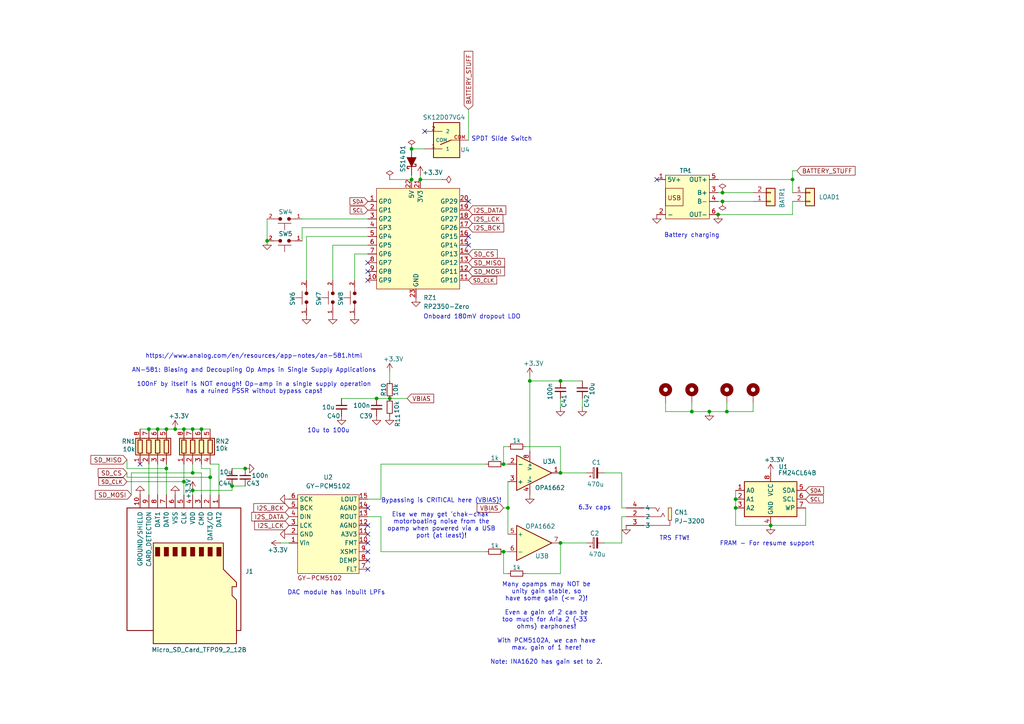
<source format=kicad_sch>
(kicad_sch (version 20250114) (generator "eeschema") (generator_version "9.0")
  (paper "A4")
  (title_block (title "mShuffle 0.03") (date "2025-03-02") (rev "v0.03") (company "Yantra Research") (comment 1 "Retro Music Player (Retro DAP)"))
  (lib_symbols
    (symbol "Connector_Generic:Conn_01x02" (pin_names (offset 1.016) (hide yes))
      (property "Reference" "J" (at 0 2.54 0))
      (property "Value" "Conn_01x02" (at 0 -5.08 0))
      (symbol "Conn_01x02_1_1"
        (rectangle (start -1.27 1.27) (end 1.27 -3.81) (stroke (width 0.254)) (fill (type background)))
        (rectangle (start -1.27 0.127) (end 0 -0.127) (stroke (width 0.1524)))
        (rectangle (start -1.27 -2.413) (end 0 -2.667) (stroke (width 0.1524)))
        (pin passive line (at -5.08 0 0) (length 3.81) (name "Pin_1") (number "1"))
        (pin passive line (at -5.08 -2.54 0) (length 3.81) (name "Pin_2") (number "2"))
      )
    )
    (symbol "Device:C_Polarized_Small" (pin_numbers (hide yes)) (pin_names (offset 0.254) (hide yes))
      (property "Reference" "C" (at 0.254 1.778 0))
      (property "Value" "C_Polarized_Small" (at 0.254 -2.032 0))
      (symbol "C_Polarized_Small_0_1"
        (rectangle (start -1.524 0.6858) (end 1.524 0.3048))
        (rectangle (start -1.524 -0.3048) (end 1.524 -0.6858) (fill (type outline)))
        (polyline (pts (xy -1.27 1.524) (xy -0.762 1.524)))
        (polyline (pts (xy -1.016 1.27) (xy -1.016 1.778)))
      )
      (symbol "C_Polarized_Small_1_1"
        (pin passive line (at 0 2.54 270) (length 1.8542) (name "~") (number "1"))
        (pin passive line (at 0 -2.54 90) (length 1.8542) (name "~") (number "2"))
      )
    )
    (symbol "Device:C_Small" (pin_numbers (hide yes)) (pin_names (offset 0.254) (hide yes))
      (property "Reference" "C" (at 0.254 1.778 0))
      (property "Value" "C_Small" (at 0.254 -2.032 0))
      (symbol "C_Small_0_1"
        (polyline (pts (xy -1.524 0.508) (xy 1.524 0.508)) (stroke (width 0.3048)))
        (polyline (pts (xy -1.524 -0.508) (xy 1.524 -0.508)) (stroke (width 0.3302)))
      )
      (symbol "C_Small_1_1"
        (pin passive line (at 0 2.54 270) (length 2.032) (name "~") (number "1"))
        (pin passive line (at 0 -2.54 90) (length 2.032) (name "~") (number "2"))
      )
    )
    (symbol "Device:R_Pack04" (pin_names (offset 0) (hide yes))
      (property "Reference" "RN" (at -7.62 0 90))
      (property "Value" "R_Pack04" (at 5.08 0 90))
      (symbol "R_Pack04_0_1"
        (rectangle (start -6.35 -2.413) (end 3.81 2.413) (stroke (width 0.254)) (fill (type background)))
        (rectangle (start -5.715 1.905) (end -4.445 -1.905) (stroke (width 0.254)))
        (polyline (pts (xy -5.08 1.905) (xy -5.08 2.54)))
        (polyline (pts (xy -5.08 -2.54) (xy -5.08 -1.905)))
        (rectangle (start -3.175 1.905) (end -1.905 -1.905) (stroke (width 0.254)))
        (polyline (pts (xy -2.54 1.905) (xy -2.54 2.54)))
        (polyline (pts (xy -2.54 -2.54) (xy -2.54 -1.905)))
        (rectangle (start -0.635 1.905) (end 0.635 -1.905) (stroke (width 0.254)))
        (polyline (pts (xy 0 1.905) (xy 0 2.54)))
        (polyline (pts (xy 0 -2.54) (xy 0 -1.905)))
        (rectangle (start 1.905 1.905) (end 3.175 -1.905) (stroke (width 0.254)))
        (polyline (pts (xy 2.54 1.905) (xy 2.54 2.54)))
        (polyline (pts (xy 2.54 -2.54) (xy 2.54 -1.905)))
      )
      (symbol "R_Pack04_1_1"
        (pin passive line (at -5.08 5.08 270) (length 2.54) (name "R1.2") (number "8"))
        (pin passive line (at -5.08 -5.08 90) (length 2.54) (name "R1.1") (number "1"))
        (pin passive line (at -2.54 5.08 270) (length 2.54) (name "R2.2") (number "7"))
        (pin passive line (at -2.54 -5.08 90) (length 2.54) (name "R2.1") (number "2"))
        (pin passive line (at 0 5.08 270) (length 2.54) (name "R3.2") (number "6"))
        (pin passive line (at 0 -5.08 90) (length 2.54) (name "R3.1") (number "3"))
        (pin passive line (at 2.54 5.08 270) (length 2.54) (name "R4.2") (number "5"))
        (pin passive line (at 2.54 -5.08 90) (length 2.54) (name "R4.1") (number "4"))
      )
    )
    (symbol "Device:R_Small" (pin_numbers (hide yes)) (pin_names (offset 0.254) (hide yes))
      (property "Reference" "R" (at 0.762 0.508 0))
      (property "Value" "R_Small" (at 0.762 -1.016 0))
      (symbol "R_Small_0_1"
        (rectangle (start -0.762 1.778) (end 0.762 -1.778) (stroke (width 0.2032)))
      )
      (symbol "R_Small_1_1"
        (pin passive line (at 0 2.54 270) (length 0.762) (name "~") (number "1"))
        (pin passive line (at 0 -2.54 90) (length 0.762) (name "~") (number "2"))
      )
    )
    (symbol "GY-PCM5102:GY-PCM5102"
      (property "Reference" "U" (at -7.62 6.35 0))
      (property "Value" "GY-PCM5102" (at 0 0 0))
      (symbol "GY-PCM5102_0_0"
        (text "GY-PCM5102" (at -2.54 -19.05 0) (effects (font (size 1.27 1.27))))
      )
      (symbol "GY-PCM5102_1_1"
        (rectangle (start -8.89 5.08) (end 8.89 -17.78) (fill (type background)))
        (pin input line (at -11.43 3.81 0) (length 2.54) (name "SCK") (number "6"))
        (pin input line (at -11.43 1.27 0) (length 2.54) (name "BCK") (number "5"))
        (pin input line (at -11.43 -1.27 0) (length 2.54) (name "DIN") (number "4"))
        (pin input line (at -11.43 -3.81 0) (length 2.54) (name "LCK") (number "3"))
        (pin power_in line (at -11.43 -6.35 0) (length 2.54) (name "GND") (number "2"))
        (pin power_in line (at -11.43 -8.89 0) (length 2.54) (name "Vin") (number "1"))
        (pin input line (at 11.43 3.81 180) (length 2.54) (name "LOUT") (number "15"))
        (pin input line (at 11.43 1.27 180) (length 2.54) (name "AGND") (number "14"))
        (pin input line (at 11.43 -1.27 180) (length 2.54) (name "ROUT") (number "13"))
        (pin input line (at 11.43 -3.81 180) (length 2.54) (name "AGND") (number "12"))
        (pin input line (at 11.43 -6.35 180) (length 2.54) (name "A3V3") (number "11"))
        (pin input line (at 11.43 -8.89 180) (length 2.54) (name "FMT") (number "10"))
        (pin input line (at 11.43 -11.43 180) (length 2.54) (name "XSMT") (number "9"))
        (pin input line (at 11.43 -13.97 180) (length 2.54) (name "DEMP") (number "8"))
        (pin input line (at 11.43 -16.51 180) (length 2.54) (name "FLT") (number "7"))
      )
    )
    (symbol "Mechanical:MountingHole_Pad" (pin_numbers (hide yes)) (pin_names (offset 1.016) (hide yes))
      (property "Reference" "H" (at 0 6.35 0))
      (property "Value" "MountingHole_Pad" (at 0 4.445 0))
      (symbol "MountingHole_Pad_0_1"
        (circle (center 0 1.27) (radius 1.27) (stroke (width 1.27)))
      )
      (symbol "MountingHole_Pad_1_1"
        (pin input line (at 0 -2.54 90) (length 2.54) (name "1") (number "1"))
      )
    )
    (symbol "Memory_EEPROM:24LC256"
      (property "Reference" "U" (at -6.35 6.35 0))
      (property "Value" "24LC256" (at 1.27 6.35 0))
      (symbol "24LC256_1_1"
        (rectangle (start -7.62 5.08) (end 7.62 -5.08) (stroke (width 0.254)) (fill (type background)))
        (pin input line (at -10.16 2.54 0) (length 2.54) (name "A0") (number "1"))
        (pin input line (at -10.16 0 0) (length 2.54) (name "A1") (number "2"))
        (pin input line (at -10.16 -2.54 0) (length 2.54) (name "A2") (number "3"))
        (pin power_in line (at 0 7.62 270) (length 2.54) (name "VCC") (number "8"))
        (pin power_in line (at 0 -7.62 90) (length 2.54) (name "GND") (number "4"))
        (pin bidirectional line (at 10.16 2.54 180) (length 2.54) (name "SDA") (number "5"))
        (pin input line (at 10.16 0 180) (length 2.54) (name "SCL") (number "6"))
        (pin input line (at 10.16 -2.54 180) (length 2.54) (name "WP") (number "7"))
      )
    )
    (symbol "PCM_Amplifier_Operational_AKL:TS922ID" (pin_names (offset 0.2))
      (property "Reference" "U" (at 1.27 7.62 0))
      (property "Value" "TS922ID" (at 1.27 5.08 0))
      (symbol "TS922ID_0_1"
        (polyline (pts (xy -3.81 5.08) (xy -3.81 -5.08) (xy 6.35 0) (xy -3.81 5.08)) (stroke (width 0.254)) (fill (type background)))
      )
      (symbol "TS922ID_1_1"
        (pin input line (at -6.35 2.54 0) (length 2.54) (name "-") (number "2"))
        (pin input line (at -6.35 -2.54 0) (length 2.54) (name "+") (number "3"))
        (pin power_in line (at 0 6.35 270) (length 3.18) (name "V+") (number "8"))
        (pin power_in line (at 0 -6.35 90) (length 3.18) (name "V-") (number "4"))
        (pin output line (at 8.89 0 180) (length 2.54) (name "~") (number "1"))
      )
      (symbol "TS922ID_2_1"
        (pin input line (at -6.35 2.54 0) (length 2.54) (name "-") (number "6"))
        (pin input line (at -6.35 -2.54 0) (length 2.54) (name "+") (number "5"))
        (pin output line (at 8.89 0 180) (length 2.54) (name "~") (number "7"))
      )
    )
    (symbol "PCM_Diode_Schottky_AKL:SS14" (pin_numbers (hide yes)) (pin_names (offset 1.016) (hide yes))
      (property "Reference" "D" (at 0 5.08 0))
      (property "Value" "SS14" (at 0 2.54 0))
      (symbol "SS14_0_1"
        (polyline (pts (xy -1.27 0) (xy 1.27 0)))
        (polyline (pts (xy -1.27 -1.27) (xy -1.27 1.27) (xy 1.27 0) (xy -1.27 -1.27)) (stroke (width 0.254)) (fill (type outline)))
        (polyline (pts (xy 1.905 -0.762) (xy 1.905 -1.27) (xy 1.27 -1.27) (xy 1.27 1.27) (xy 0.635 1.27) (xy 0.635 0.762)) (stroke (width 0.254)))
      )
      (symbol "SS14_0_2"
        (polyline (pts (xy -2.54 -2.54) (xy 2.54 2.54)))
        (polyline (pts (xy -0.889 -0.889) (xy -1.778 0) (xy 0.889 0.889) (xy 0 -1.778) (xy -0.889 -0.889)) (stroke (width 0.254)) (fill (type outline)))
        (polyline (pts (xy 0 1.778) (xy 1.778 0)) (stroke (width 0.254)))
        (polyline (pts (xy 0 1.778) (xy -0.381 1.397) (xy 0 1.016)) (stroke (width 0.254)))
        (polyline (pts (xy 1.778 0) (xy 2.159 0.381) (xy 1.778 0.762)) (stroke (width 0.254)))
      )
      (symbol "SS14_1_1"
        (pin passive line (at -3.81 0 0) (length 2.54) (name "A") (number "2"))
        (pin passive line (at 3.81 0 180) (length 2.54) (name "K") (number "1"))
      )
      (symbol "SS14_1_2"
        (pin passive line (at -2.54 -2.54 0) (length 0) (name "A") (number "2"))
        (pin passive line (at 2.54 2.54 180) (length 0) (name "K") (number "1"))
      )
    )
    (symbol "PCM_SL_Devices:Push_Button"
      (property "Reference" "SW" (at 0 6.35 0))
      (property "Value" "Push_Button" (at 0 4.445 0))
      (symbol "Push_Button_0_1"
        (polyline (pts (xy -3.175 0) (xy -1.778 0)))
        (polyline (pts (xy -1.905 1.27) (xy 1.905 1.27)))
        (circle (center -1.27 0) (radius 0.4579) (fill (type outline)))
        (polyline (pts (xy 0 1.27) (xy 0 3.175)))
        (circle (center 1.27 0) (radius 0.4579) (fill (type outline)))
        (polyline (pts (xy 1.778 0) (xy 3.175 0)))
      )
      (symbol "Push_Button_1_1"
        (pin passive line (at -5.08 0 0) (length 2) (name "") (number "1"))
        (pin passive line (at 5.08 0 180) (length 2) (name "") (number "2"))
      )
    )
    (symbol "SK12D07VG4:SK12D07VG4-Fixed" (pin_names (offset 1.016))
      (property "Reference" "U4" (at 10.16 1.27 90))
      (property "Value" "SK12D07VG4-Fixed" (at 7.62 1.27 90))
      (symbol "SK12D07VG4-Fixed_0_0"
        (rectangle (start -5.08 -2.54) (end 5.08 5.08) (stroke (width 0.254)) (fill (type background)))
        (polyline (pts (xy 0 0) (xy -1.27 3.048)) (stroke (width 0.254)))
      )
      (symbol "SK12D07VG4-Fixed_1_0"
        (pin power_in line (at -2.54 7.62 270) (length 5.08) (name "1") (number "1"))
        (pin power_in line (at 0 -5.08 90) (length 5.08) (name "COM") (number "COM"))
        (pin power_in line (at 2.54 7.62 270) (length 5.08) (name "2") (number "2"))
      )
    )
    (symbol "cmio:Micro_SD_Card_TFP09_2_12B" (pin_names (offset 1.016))
      (property "Reference" "J" (at -16.51 17.78 0))
      (property "Value" "Micro_SD_Card_TFP09_2_12B" (at 16.51 17.78 0))
      (symbol "Micro_SD_Card_TFP09_2_12B_0_1"
        (polyline (pts (xy -8.89 -8.89) (xy -8.89 11.43) (xy -1.27 11.43) (xy 2.54 15.24) (xy 3.81 15.24) (xy 3.81 13.97) (xy 6.35 13.97) (xy 7.62 15.24) (xy 20.32 15.24) (xy 20.32 -8.89) (xy -8.89 -8.89)) (stroke (width 0.254)) (fill (type background)))
        (rectangle (start -7.62 10.795) (end -5.08 9.525) (fill (type outline)))
        (rectangle (start -7.62 8.255) (end -5.08 6.985) (fill (type outline)))
        (rectangle (start -7.62 5.715) (end -5.08 4.445) (fill (type outline)))
        (rectangle (start -7.62 3.175) (end -5.08 1.905) (fill (type outline)))
        (rectangle (start -7.62 0.635) (end -5.08 -0.635) (fill (type outline)))
        (rectangle (start -7.62 -1.905) (end -5.08 -3.175) (fill (type outline)))
        (rectangle (start -7.62 -4.445) (end -5.08 -5.715) (fill (type outline)))
        (rectangle (start -7.62 -6.985) (end -5.08 -8.255) (fill (type outline)))
        (polyline (pts (xy 16.51 15.24) (xy 16.51 16.51) (xy -19.05 16.51) (xy -19.05 -16.51) (xy 16.51 -16.51) (xy 16.51 -8.89)) (stroke (width 0.254)))
      )
      (symbol "Micro_SD_Card_TFP09_2_12B_1_1"
        (pin bidirectional line (at -22.86 10.16 0) (length 3.81) (name "DAT2") (number "1"))
        (pin bidirectional line (at -22.86 7.62 0) (length 3.81) (name "DAT3/CD") (number "2"))
        (pin input line (at -22.86 5.08 0) (length 3.81) (name "CMD") (number "3"))
        (pin power_in line (at -22.86 2.54 0) (length 3.81) (name "VDD") (number "4"))
        (pin input line (at -22.86 0 0) (length 3.81) (name "CLK") (number "5"))
        (pin power_in line (at -22.86 -2.54 0) (length 3.81) (name "VSS") (number "6"))
        (pin input line (at -22.86 -5.08 0) (length 3.81) (name "DAT0") (number "7"))
        (pin input line (at -22.86 -7.62 0) (length 3.81) (name "DAT1") (number "8"))
        (pin passive line (at -22.86 -10.16 0) (length 3.81) (name "CARD_DETECTION") (number "9"))
        (pin passive line (at -22.86 -12.7 0) (length 3.81) (name "GROUND/SHIELD") (number "10"))
      )
    )
    (symbol "mylib:PJ-3200"
      (property "Reference" "CN1" (at -6.35 -1.2701 0))
      (property "Value" "PJ-3200" (at -6.35 1.2699 0))
      (symbol "PJ-3200_0_1"
        (rectangle (start -5.59 1.02) (end -4.57 -2.54) (fill (type background)))
        (polyline (pts (xy 2.54 0) (xy -2.54 0) (xy -3.05 -1.02) (xy -3.56 0)))
        (polyline (pts (xy 2.79 2.54) (xy -5.08 2.54) (xy -5.08 1.02)))
        (polyline (pts (xy 3.81 -2.54) (xy -1.02 -2.54) (xy -1.52 -1.52) (xy -2.03 -2.54)))
      )
      (symbol "PJ-3200_1_1"
        (pin power_in line (at 7.62 2.54 180) (length 5.08) (name "3") (number "3"))
        (pin input line (at 7.62 0 180) (length 5.08) (name "2") (number "2"))
        (pin input line (at 7.62 -2.54 180) (length 5.08) (name "4") (number "4"))
      )
    )
    (symbol "power:+3.3V" (power) (pin_numbers (hide yes)) (pin_names (offset 0) (hide yes))
      (property "Value" "+3.3V" (at 0 3.556 0))
      (symbol "+3.3V_0_1"
        (polyline (pts (xy -0.762 1.27) (xy 0 2.54)))
        (polyline (pts (xy 0 2.54) (xy 0.762 1.27)))
        (polyline (pts (xy 0 0) (xy 0 2.54)))
      )
      (symbol "+3.3V_1_1"
        (pin power_in line (at 0 0 90) (length 0) (name "~") (number "1"))
      )
    )
    (symbol "power:GND" (power) (pin_numbers (hide yes)) (pin_names (offset 0) (hide yes))
      (property "Value" "GND" (at 0 -3.81 0))
      (symbol "GND_0_1"
        (polyline (pts (xy 0 0) (xy 0 -1.27) (xy 1.27 -1.27) (xy 0 -2.54) (xy -1.27 -1.27) (xy 0 -1.27)))
      )
      (symbol "GND_1_1"
        (pin power_in line (at 0 0 270) (length 0) (name "~") (number "1"))
      )
    )
    (symbol "power:PWR_FLAG" (power) (pin_numbers (hide yes)) (pin_names (offset 0) (hide yes))
      (property "Value" "PWR_FLAG" (at 0 3.81 0))
      (symbol "PWR_FLAG_0_0"
        (pin power_out line (at 0 0 90) (length 0) (name "pwr") (number "1"))
      )
      (symbol "PWR_FLAG_0_1"
        (polyline (pts (xy 0 0) (xy 0 1.27) (xy -1.016 1.905) (xy 0 2.54) (xy 1.016 1.905) (xy 0 1.27)))
      )
    )
    (symbol "rp2040-zero:RP2040-Zero"
      (property "Reference" "RZ" (at 0 0 0))
      (property "Value" "RP2040-Zero" (at 0 -2.54 0))
      (property "Footprint" "RP2040-Zero:RP2040-Zero" (at 0 0 0))
      (symbol "RP2040-Zero_0_1"
        (rectangle (start -11.43 -15.24) (end 12.7 13.97) (fill (type background)))
      )
      (symbol "RP2040-Zero_1_1"
        (pin bidirectional line (at -13.97 10.16 0) (length 2.54) (name "GP0") (number "1"))
        (pin bidirectional line (at -13.97 7.62 0) (length 2.54) (name "GP1") (number "2"))
        (pin bidirectional line (at -13.97 5.08 0) (length 2.54) (name "GP2") (number "3"))
        (pin bidirectional line (at -13.97 2.54 0) (length 2.54) (name "GP3") (number "4"))
        (pin bidirectional line (at -13.97 0 0) (length 2.54) (name "GP4") (number "5"))
        (pin bidirectional line (at -13.97 -2.54 0) (length 2.54) (name "GP5") (number "6"))
        (pin bidirectional line (at -13.97 -5.08 0) (length 2.54) (name "GP6") (number "7"))
        (pin bidirectional line (at -13.97 -7.62 0) (length 2.54) (name "GP7") (number "8"))
        (pin bidirectional line (at -13.97 -10.16 0) (length 2.54) (name "GP8") (number "9"))
        (pin bidirectional line (at -13.97 -12.7 0) (length 2.54) (name "GP9") (number "10"))
        (pin power_in line (at -1.27 16.51 270) (length 2.54) (name "5V") (number "22"))
        (pin power_in line (at 0 -17.78 90) (length 2.54) (name "GND") (number "23"))
        (pin power_in line (at 1.27 16.51 270) (length 2.54) (name "3V3") (number "21"))
        (pin bidirectional line (at 15.24 10.16 180) (length 2.54) (name "GP29") (number "20"))
        (pin bidirectional line (at 15.24 7.62 180) (length 2.54) (name "GP28") (number "19"))
        (pin bidirectional line (at 15.24 5.08 180) (length 2.54) (name "GP27") (number "18"))
        (pin bidirectional line (at 15.24 2.54 180) (length 2.54) (name "GP26") (number "17"))
        (pin bidirectional line (at 15.24 0 180) (length 2.54) (name "GP15") (number "16"))
        (pin bidirectional line (at 15.24 -2.54 180) (length 2.54) (name "GP14") (number "15"))
        (pin bidirectional line (at 15.24 -5.08 180) (length 2.54) (name "GP13") (number "14"))
        (pin bidirectional line (at 15.24 -7.62 180) (length 2.54) (name "GP12") (number "13"))
        (pin bidirectional line (at 15.24 -10.16 180) (length 2.54) (name "GP11") (number "12"))
        (pin bidirectional line (at 15.24 -12.7 180) (length 2.54) (name "GP10") (number "11"))
      )
    )
    (symbol "tp4056_usb_c_module:TP4056_USB_C_Module"
      (property "Reference" "TP" (at 0.254 7.62 0))
      (symbol "TP4056_USB_C_Module_0_1"
        (rectangle (start -6.35 2.54) (end -1.27 -2.54))
      )
      (symbol "TP4056_USB_C_Module_1_1"
        (rectangle (start -6.35 6.35) (end 6.35 -6.35) (fill (type background)))
        (text "USB" (at -3.81 -0.254 0) (effects (font (size 1.27 1.27))))
        (pin power_in line (at -8.89 5.08 0) (length 2.54) (name "5V+") (number "1"))
        (pin power_in line (at -8.89 -5.08 0) (length 2.54) (name "-") (number "2"))
        (pin power_out line (at 8.89 5.08 180) (length 2.54) (name "OUT+") (number "5"))
        (pin power_in line (at 8.89 1.27 180) (length 2.54) (name "B+") (number "3"))
        (pin power_in line (at 8.89 -1.27 180) (length 2.54) (name "B-") (number "4"))
        (pin power_out line (at 8.89 -5.08 180) (length 2.54) (name "OUT-") (number "6"))
      )
    )
  )
  (text "DAC module has inbuilt LPFs" (at 97.536 171.958 0) (effects (font (size 1.27 1.27))))
  (text "https://www.analog.com/en/resources/app-notes/an-581.html\n\nAN-581: Biasing and Decoupling Op Amps in Single Supply Applications\n\n100nF by itself is NOT enough! Op-amp in a single supply operation\nhas a ruined PSSR without bypass caps!" (at 73.66 108.458 0) (effects (font (size 1.27 1.27))))
  (text "TRS FTW!" (at 195.58 156.21 0) (effects (font (size 1.27 1.27))))
  (text "Bypassing is CRITICAL here (VBIAS)!\n\nElse we may get 'chak-chak'\nmotorboating noise from the\nopamp when powered via a USB\nport (at least)!" (at 128.016 150.368 0) (effects (font (size 1.27 1.27))))
  (text "Many opamps may NOT be\nunity gain stable, so\nhave some gain (<= 2)!\n\nEven a gain of 2 can be\ntoo much for Aria 2 (~33 \nohms) earphones!\n\nWith PCM5102A, we can have\nmax. gain of 1 here!\n\nNote: INA1620 has gain set to 2." (at 158.496 180.848 0) (effects (font (size 1.27 1.27))))
  (text "Onboard 180mV dropout LDO" (at 136.906 91.948 0) (effects (font (size 1.27 1.27))))
  (text "6.3v caps" (at 172.466 147.32 0) (effects (font (size 1.27 1.27))))
  (text "FRAM - For resume support" (at 222.504 157.734 0) (effects (font (size 1.27 1.27))))
  (text "Battery charging" (at 200.66 68.326 0) (effects (font (size 1.27 1.27))))
  (text "10u to 100u" (at 95.25 124.968 0) (effects (font (size 1.27 1.27))))
  (text "SPDT Slide Switch" (at 145.542 40.386 0) (effects (font (size 1.27 1.27))))
  (junction (at 153.67 110.49))
  (junction (at 60.96 138.43))
  (junction (at 45.72 124.46))
  (junction (at 109.22 115.57))
  (junction (at 208.28 62.23))
  (junction (at 58.42 124.46))
  (junction (at 53.34 124.46))
  (junction (at 43.18 124.46))
  (junction (at 113.03 115.57))
  (junction (at 210.82 119.38))
  (junction (at 146.05 160.02))
  (junction (at 55.88 124.46))
  (junction (at 119.38 52.07))
  (junction (at 205.74 119.38))
  (junction (at 200.66 119.38))
  (junction (at 209.55 58.42))
  (junction (at 147.32 147.32))
  (junction (at 229.87 52.07))
  (junction (at 77.47 69.85))
  (junction (at 67.31 140.97))
  (junction (at 121.92 52.07))
  (junction (at 213.36 144.78))
  (junction (at 48.26 124.46))
  (junction (at 48.26 135.89))
  (junction (at 55.88 137.16))
  (junction (at 223.52 152.4))
  (junction (at 162.56 157.48))
  (junction (at 213.36 147.32))
  (junction (at 162.56 110.49))
  (junction (at 71.12 135.89))
  (junction (at 119.38 43.18))
  (junction (at 53.34 139.7))
  (junction (at 162.56 137.16))
  (junction (at 209.55 55.88))
  (junction (at 146.05 134.62))
  (junction (at 55.88 142.24))
  (junction (at 50.8 124.46))
  (no_connect (at 106.68 162.56))
  (no_connect (at 106.68 154.94))
  (no_connect (at 106.68 152.4))
  (no_connect (at 123.19 38.1))
  (no_connect (at 135.89 71.12))
  (no_connect (at 106.68 78.74))
  (no_connect (at 106.68 81.28))
  (no_connect (at 106.68 147.32))
  (no_connect (at 135.89 68.58))
  (no_connect (at 106.68 165.1))
  (no_connect (at 106.68 160.02))
  (no_connect (at 190.5 52.07))
  (no_connect (at 135.89 58.42))
  (no_connect (at 106.68 76.2))
  (no_connect (at 40.64 134.62))
  (no_connect (at 106.68 157.48))
  (wire (pts (xy 162.56 166.37) (xy 162.56 157.48)))
  (wire (pts (xy 58.42 134.62) (xy 58.42 135.89)))
  (wire (pts (xy 36.83 135.89) (xy 48.26 135.89)))
  (wire (pts (xy 60.96 138.43) (xy 60.96 143.51)))
  (wire (pts (xy 162.56 137.16) (xy 170.18 137.16)))
  (wire (pts (xy 55.88 124.46) (xy 58.42 124.46)))
  (wire (pts (xy 146.05 129.54) (xy 146.05 134.62)))
  (wire (pts (xy 162.56 115.57) (xy 162.56 118.11)))
  (wire (pts (xy 153.67 110.49) (xy 153.67 109.22)))
  (wire (pts (xy 200.66 119.38) (xy 205.74 119.38)))
  (wire (pts (xy 223.52 152.4) (xy 233.68 152.4)))
  (wire (pts (xy 106.68 144.78) (xy 110.49 144.78)))
  (wire (pts (xy 229.87 49.53) (xy 231.14 49.53)))
  (wire (pts (xy 50.8 124.46) (xy 53.34 124.46)))
  (wire (pts (xy 209.55 58.42) (xy 218.44 58.42)))
  (wire (pts (xy 67.31 140.97) (xy 71.12 140.97)))
  (wire (pts (xy 180.34 149.86) (xy 181.61 149.86)))
  (wire (pts (xy 96.52 71.12) (xy 106.68 71.12)))
  (wire (pts (xy 45.72 124.46) (xy 48.26 124.46)))
  (wire (pts (xy 229.87 62.23) (xy 229.87 58.42)))
  (wire (pts (xy 58.42 124.46) (xy 60.96 124.46)))
  (wire (pts (xy 102.87 81.28) (xy 102.87 73.66)))
  (wire (pts (xy 162.56 110.49) (xy 153.67 110.49)))
  (wire (pts (xy 48.26 134.62) (xy 48.26 135.89)))
  (wire (pts (xy 43.18 124.46) (xy 45.72 124.46)))
  (wire (pts (xy 53.34 139.7) (xy 53.34 143.51)))
  (wire (pts (xy 77.47 63.5) (xy 77.47 69.85)))
  (wire (pts (xy 180.34 149.86) (xy 180.34 157.48)))
  (wire (pts (xy 146.05 166.37) (xy 146.05 160.02)))
  (wire (pts (xy 208.28 55.88) (xy 209.55 55.88)))
  (wire (pts (xy 81.28 157.48) (xy 83.82 157.48)))
  (wire (pts (xy 233.68 152.4) (xy 233.68 147.32)))
  (wire (pts (xy 213.36 147.32) (xy 213.36 152.4)))
  (wire (pts (xy 36.83 133.35) (xy 36.83 135.89)))
  (wire (pts (xy 36.83 138.43) (xy 60.96 138.43)))
  (wire (pts (xy 88.9 68.58) (xy 88.9 81.28)))
  (wire (pts (xy 87.63 63.5) (xy 106.68 63.5)))
  (wire (pts (xy 113.03 52.07) (xy 119.38 52.07)))
  (wire (pts (xy 110.49 160.02) (xy 140.97 160.02)))
  (wire (pts (xy 109.22 115.57) (xy 113.03 115.57)))
  (wire (pts (xy 213.36 144.78) (xy 213.36 147.32)))
  (wire (pts (xy 53.34 124.46) (xy 55.88 124.46)))
  (wire (pts (xy 106.68 68.58) (xy 88.9 68.58)))
  (wire (pts (xy 218.44 116.84) (xy 218.44 119.38)))
  (wire (pts (xy 200.66 116.84) (xy 200.66 119.38)))
  (wire (pts (xy 110.49 134.62) (xy 140.97 134.62)))
  (wire (pts (xy 53.34 134.62) (xy 53.34 139.7)))
  (wire (pts (xy 110.49 134.62) (xy 110.49 144.78)))
  (wire (pts (xy 168.91 110.49) (xy 162.56 110.49)))
  (wire (pts (xy 175.26 137.16) (xy 180.34 137.16)))
  (wire (pts (xy 213.36 142.24) (xy 213.36 144.78)))
  (wire (pts (xy 146.05 147.32) (xy 147.32 147.32)))
  (wire (pts (xy 113.03 107.95) (xy 113.03 110.49)))
  (wire (pts (xy 162.56 129.54) (xy 162.56 137.16)))
  (wire (pts (xy 119.38 50.8) (xy 119.38 52.07)))
  (wire (pts (xy 209.55 55.88) (xy 218.44 55.88)))
  (wire (pts (xy 208.28 52.07) (xy 229.87 52.07)))
  (wire (pts (xy 180.34 137.16) (xy 180.34 147.32)))
  (wire (pts (xy 48.26 135.89) (xy 48.26 143.51)))
  (wire (pts (xy 55.88 137.16) (xy 58.42 137.16)))
  (wire (pts (xy 38.1 137.16) (xy 55.88 137.16)))
  (wire (pts (xy 208.28 62.23) (xy 229.87 62.23)))
  (wire (pts (xy 147.32 139.7) (xy 147.32 147.32)))
  (wire (pts (xy 55.88 142.24) (xy 67.31 142.24)))
  (wire (pts (xy 146.05 160.02) (xy 147.32 160.02)))
  (wire (pts (xy 119.38 43.18) (xy 123.19 43.18)))
  (wire (pts (xy 55.88 134.62) (xy 55.88 137.16)))
  (wire (pts (xy 208.28 58.42) (xy 209.55 58.42)))
  (wire (pts (xy 146.05 134.62) (xy 147.32 134.62)))
  (wire (pts (xy 40.64 124.46) (xy 43.18 124.46)))
  (wire (pts (xy 55.88 142.24) (xy 55.88 143.51)))
  (wire (pts (xy 60.96 134.62) (xy 63.5 134.62)))
  (wire (pts (xy 121.92 52.07) (xy 128.27 52.07)))
  (wire (pts (xy 153.67 110.49) (xy 153.67 130.81)))
  (wire (pts (xy 175.26 157.48) (xy 180.34 157.48)))
  (wire (pts (xy 213.36 152.4) (xy 223.52 152.4)))
  (wire (pts (xy 43.18 134.62) (xy 43.18 143.51)))
  (wire (pts (xy 58.42 135.89) (xy 60.96 135.89)))
  (wire (pts (xy 168.91 115.57) (xy 168.91 118.11)))
  (wire (pts (xy 60.96 135.89) (xy 60.96 138.43)))
  (wire (pts (xy 147.32 147.32) (xy 147.32 154.94)))
  (wire (pts (xy 193.04 116.84) (xy 193.04 119.38)))
  (wire (pts (xy 48.26 124.46) (xy 50.8 124.46)))
  (wire (pts (xy 205.74 119.38) (xy 210.82 119.38)))
  (wire (pts (xy 229.87 52.07) (xy 229.87 55.88)))
  (wire (pts (xy 210.82 116.84) (xy 210.82 119.38)))
  (wire (pts (xy 96.52 81.28) (xy 96.52 71.12)))
  (wire (pts (xy 38.1 143.51) (xy 38.1 137.16)))
  (wire (pts (xy 135.89 31.75) (xy 135.89 40.64)))
  (wire (pts (xy 106.68 66.04) (xy 87.63 66.04)))
  (wire (pts (xy 36.83 137.16) (xy 36.83 138.43)))
  (wire (pts (xy 113.03 115.57) (xy 118.11 115.57)))
  (wire (pts (xy 67.31 140.97) (xy 67.31 142.24)))
  (wire (pts (xy 87.63 66.04) (xy 87.63 69.85)))
  (wire (pts (xy 67.31 135.89) (xy 71.12 135.89)))
  (wire (pts (xy 210.82 119.38) (xy 218.44 119.38)))
  (wire (pts (xy 121.92 50.8) (xy 121.92 52.07)))
  (wire (pts (xy 229.87 52.07) (xy 229.87 49.53)))
  (wire (pts (xy 45.72 134.62) (xy 45.72 143.51)))
  (wire (pts (xy 63.5 134.62) (xy 63.5 143.51)))
  (wire (pts (xy 147.32 166.37) (xy 146.05 166.37)))
  (wire (pts (xy 99.06 115.57) (xy 109.22 115.57)))
  (wire (pts (xy 180.34 147.32) (xy 181.61 147.32)))
  (wire (pts (xy 193.04 119.38) (xy 200.66 119.38)))
  (wire (pts (xy 58.42 137.16) (xy 58.42 143.51)))
  (wire (pts (xy 106.68 149.86) (xy 110.49 149.86)))
  (wire (pts (xy 102.87 73.66) (xy 106.68 73.66)))
  (wire (pts (xy 36.83 139.7) (xy 53.34 139.7)))
  (wire (pts (xy 152.4 166.37) (xy 162.56 166.37)))
  (wire (pts (xy 146.05 129.54) (xy 147.32 129.54)))
  (wire (pts (xy 162.56 157.48) (xy 170.18 157.48)))
  (wire (pts (xy 152.4 129.54) (xy 162.56 129.54)))
  (wire (pts (xy 110.49 149.86) (xy 110.49 160.02)))
  (global_label "SCL" (shape input) (at 106.68 60.96 180) (effects (font (size 1.1 1.1))) (property "Intersheetrefs" "${INTERSHEET_REFS}" (effects (hide yes))))
  (global_label "SD_CLK" (shape input) (at 36.83 139.7 180) (effects (font (size 1.1 1.1))) (property "Intersheetrefs" "${INTERSHEET_REFS}" (effects (hide yes))))
  (global_label "SD_CLK" (shape input) (at 135.89 81.28 0) (effects (font (size 1.1 1.1))) (property "Intersheetrefs" "${INTERSHEET_REFS}" (effects (hide yes))))
  (global_label "VBIAS" (shape input) (at 118.11 115.57 0) (property "Intersheetrefs" "${INTERSHEET_REFS}" (effects (hide yes))))
  (global_label "SDA" (shape input) (at 233.68 142.24 0) (effects (font (size 1.1 1.1))) (property "Intersheetrefs" "${INTERSHEET_REFS}" (effects (hide yes))))
  (global_label "I2S_LCK" (shape input) (at 83.82 152.4 180) (property "Intersheetrefs" "${INTERSHEET_REFS}" (effects (hide yes))))
  (global_label "VBIAS" (shape input) (at 146.05 147.32 180) (property "Intersheetrefs" "${INTERSHEET_REFS}" (effects (hide yes))))
  (global_label "I2S_BCK" (shape input) (at 135.89 66.04 0) (property "Intersheetrefs" "${INTERSHEET_REFS}" (effects (hide yes))))
  (global_label "SD_MOSI" (shape input) (at 135.89 78.74 0) (property "Intersheetrefs" "${INTERSHEET_REFS}" (effects (hide yes))))
  (global_label "SD_MISO" (shape input) (at 135.89 76.2 0) (property "Intersheetrefs" "${INTERSHEET_REFS}" (effects (hide yes))))
  (global_label "SD_CS" (shape input) (at 36.83 137.16 180) (property "Intersheetrefs" "${INTERSHEET_REFS}" (effects (hide yes))))
  (global_label "I2S_BCK" (shape input) (at 83.82 147.32 180) (property "Intersheetrefs" "${INTERSHEET_REFS}" (effects (hide yes))))
  (global_label "SDA" (shape input) (at 106.68 58.42 180) (effects (font (size 1.1 1.1))) (property "Intersheetrefs" "${INTERSHEET_REFS}" (effects (hide yes))))
  (global_label "SD_MOSI" (shape input) (at 38.1 143.51 180) (property "Intersheetrefs" "${INTERSHEET_REFS}" (effects (hide yes))))
  (global_label "I2S_DATA" (shape input) (at 83.82 149.86 180) (property "Intersheetrefs" "${INTERSHEET_REFS}" (effects (hide yes))))
  (global_label "BATTERY_STUFF" (shape input) (at 135.89 31.75 90) (property "Intersheetrefs" "${INTERSHEET_REFS}" (effects (hide yes))))
  (global_label "SD_MISO" (shape input) (at 36.83 133.35 180) (property "Intersheetrefs" "${INTERSHEET_REFS}" (effects (hide yes))))
  (global_label "BATTERY_STUFF" (shape input) (at 231.14 49.53 0) (property "Intersheetrefs" "${INTERSHEET_REFS}" (effects (hide yes))))
  (global_label "I2S_LCK" (shape input) (at 135.89 63.5 0) (property "Intersheetrefs" "${INTERSHEET_REFS}" (effects (hide yes))))
  (global_label "I2S_DATA" (shape input) (at 135.89 60.96 0) (property "Intersheetrefs" "${INTERSHEET_REFS}" (effects (hide yes))))
  (global_label "SCL" (shape input) (at 233.68 144.78 0) (effects (font (size 1.1 1.1))) (property "Intersheetrefs" "${INTERSHEET_REFS}" (effects (hide yes))))
  (global_label "SD_CS" (shape input) (at 135.89 73.66 0) (property "Intersheetrefs" "${INTERSHEET_REFS}" (effects (hide yes))))
  (symbol (lib_id "PCM_SL_Devices:Push_Button") (at 82.55 63.5 180) (unit 1)
    (property "Reference" "SW4" (at 80.772 61.468 0) (effects (justify right)))
    (property "Value" "Push_Button" (effects (hide yes)))
    (property "Footprint" "Button_Switch_THT:SW_PUSH_6mm" (effects (hide yes)))
    (property "Description" "Common 6mmx6mm Push Button" (effects (hide yes)))
  )
  (symbol (lib_id "Device:R_Small") (at 113.03 118.11 0) (unit 1)
    (property "Reference" "R11" (at 115.316 121.92 90))
    (property "Value" "10k" (at 115.062 118.11 90))
    (property "Footprint" "Resistor_SMD:R_1206_3216Metric_Pad1.30x1.75mm_HandSolder" (effects (hide yes)))
    (property "Source" "LCSC" (effects (hide yes)))
  )
  (symbol (lib_id "power:GND") (at 205.74 119.38 0) (unit 1)
    (property "Reference" "#PWR01" (effects (hide yes)))
    (property "Value" "GND" (effects (hide yes)))
    (property "Description" "Power symbol creates a global label with name \"GND\" , ground" (effects (hide yes)))
  )
  (symbol (lib_id "power:PWR_FLAG") (at 209.55 58.42 180) (unit 1)
    (property "Reference" "#FLG03" (effects (hide yes)))
    (property "Value" "PWR_FLAG" (effects (hide yes)))
    (property "Description" "Special symbol for telling ERC where power comes from" (effects (hide yes)))
  )
  (symbol (lib_id "Device:C_Small") (at 67.31 138.43 0) (unit 1)
    (property "Reference" "C43" (at 73.406 140.208 0))
    (property "Value" "10u" (at 65.532 136.906 0))
    (property "Footprint" "Capacitor_SMD:C_1206_3216Metric_Pad1.33x1.80mm_HandSolder" (effects (hide yes)))
    (property "Source" "LCSC" (effects (hide yes)))
  )
  (symbol (lib_id "tp4056_usb_c_module:TP4056_USB_C_Module") (at 199.39 57.15 0) (unit 1)
    (property "Reference" "TP1" (at 198.882 49.53 0))
    (property "Value" "~" (at 199.39 49.53 0))
    (property "Footprint" "footprints:TP4056_USB-C_module-Fixed" (effects (hide yes)))
  )
  (symbol (lib_id "power:GND") (at 168.91 118.11 0) (unit 1)
    (property "Reference" "#PWR076" (effects (hide yes)))
    (property "Value" "GND" (effects (hide yes)))
    (property "Description" "Power symbol creates a global label with name \"GND\" , ground" (effects (hide yes)))
  )
  (symbol (lib_id "Device:C_Small") (at 109.22 118.11 0) (unit 1)
    (property "Reference" "C39" (at 106.172 120.65 0))
    (property "Value" "100n" (at 104.902 117.602 0))
    (property "Footprint" "Capacitor_SMD:C_1206_3216Metric_Pad1.33x1.80mm_HandSolder" (effects (hide yes)))
    (property "Source" "LCSC" (effects (hide yes)))
  )
  (symbol (lib_id "power:GND") (at 83.82 154.94 270) (unit 1)
    (property "Reference" "#PWR059" (effects (hide yes)))
    (property "Value" "GND" (effects (hide yes)))
    (property "Description" "Power symbol creates a global label with name \"GND\" , ground" (effects (hide yes)))
  )
  (symbol (lib_id "Device:R_Small") (at 143.51 160.02 90) (unit 1)
    (property "Reference" "R5" (effects (hide yes)))
    (property "Value" "1k" (at 143.51 158.242 90))
    (property "Footprint" "Resistor_SMD:R_1206_3216Metric_Pad1.30x1.75mm_HandSolder" (effects (hide yes)))
    (property "Description" "Resistor, small symbol" (effects (hide yes)))
  )
  (symbol (lib_id "power:+3.3V") (at 81.28 157.48 90) (unit 1)
    (property "Reference" "#PWR06" (effects (hide yes)))
    (property "Value" "+3.3V" (at 80.518 159.512 90))
    (property "Description" "Power symbol creates a global label with name \"+3.3V\"" (effects (hide yes)))
  )
  (symbol (lib_id "power:GND") (at 120.65 86.36 0) (unit 1)
    (property "Reference" "#PWR038" (effects (hide yes)))
    (property "Value" "GND" (effects (hide yes)))
    (property "Description" "Power symbol creates a global label with name \"GND\" , ground" (effects (hide yes)))
  )
  (symbol (lib_id "Connector_Generic:Conn_01x02") (at 234.95 55.88 0) (unit 1)
    (property "Reference" "LOAD1" (at 237.49 57.1499 0) (effects (justify left)))
    (property "Value" "Conn_01x02" (effects (hide yes)))
    (property "Footprint" "Connector_PinHeader_2.54mm:PinHeader_1x02_P2.54mm_Vertical" (effects (hide yes)))
    (property "Description" "Generic connector, single row, 01x02, script generated (kicad-library-utils/schlib/autogen/connector/)" (effects (hide yes)))
  )
  (symbol (lib_id "Device:R_Small") (at 149.86 129.54 90) (unit 1)
    (property "Reference" "R2" (effects (hide yes)))
    (property "Value" "1k" (at 149.86 127.762 90))
    (property "Footprint" "Resistor_SMD:R_1206_3216Metric_Pad1.30x1.75mm_HandSolder" (effects (hide yes)))
    (property "Description" "Resistor, small symbol" (effects (hide yes)))
  )
  (symbol (lib_id "Device:R_Pack04") (at 58.42 129.54 0) (unit 1)
    (property "Reference" "RN2" (at 62.484 128.016 0) (effects (justify left)))
    (property "Value" "10k" (at 62.484 130.048 0) (effects (justify left)))
    (property "Footprint" "Resistor_SMD:R_Array_Convex_4x1206" (effects (hide yes)))
    (property "Description" "4 resistor network, parallel topology" (effects (hide yes)))
  )
  (symbol (lib_id "power:GND") (at 109.22 120.65 0) (unit 1)
    (property "Reference" "#PWR072" (effects (hide yes)))
    (property "Value" "GND" (effects (hide yes)))
    (property "Description" "Power symbol creates a global label with name \"GND\" , ground" (effects (hide yes)))
  )
  (symbol (lib_id "Memory_EEPROM:24LC256") (at 223.52 144.78 0) (unit 1)
    (property "Reference" "U1" (at 225.806 135.382 0) (effects (justify left)))
    (property "Value" "FM24CL64B" (at 225.6633 137.16 0) (effects (justify left)))
    (property "Footprint" "Package_SO:SOIC-8_3.9x4.9mm_P1.27mm" (effects (hide yes)))
    (property "Datasheet" "http://ww1.microchip.com/downloads/en/devicedoc/21203m.pdf" (effects (hide yes)))
    (property "Description" "I2C Serial EEPROM, 256Kb, DIP-8/SOIC-8/TSSOP-8/DFN-8" (effects (hide yes)))
  )
  (symbol (lib_id "mylib:PJ-3200") (at 189.23 149.86 180) (unit 1)
    (property "Reference" "CN1" (at 195.58 148.5899 0) (effects (justify right)))
    (property "Value" "PJ-3200" (at 195.58 151.1299 0) (effects (justify right)))
    (property "Footprint" "footprints:AUDIO-TH_PJ-3200-Fixed" (effects (hide yes)))
    (property "LCSC Part" "C2689690" (effects (hide yes)))
  )
  (symbol (lib_id "PCM_SL_Devices:Push_Button") (at 82.55 69.85 180) (unit 1)
    (property "Reference" "SW5" (at 80.772 67.818 0) (effects (justify right)))
    (property "Value" "Push_Button" (effects (hide yes)))
    (property "Footprint" "Button_Switch_THT:SW_PUSH_6mm" (effects (hide yes)))
    (property "Description" "Common 6mmx6mm Push Button" (effects (hide yes)))
  )
  (symbol (lib_id "power:GND") (at 83.82 144.78 270) (unit 1)
    (property "Reference" "#PWR060" (effects (hide yes)))
    (property "Value" "GND" (effects (hide yes)))
    (property "Description" "Power symbol creates a global label with name \"GND\" , ground" (effects (hide yes)))
  )
  (symbol (lib_id "PCM_Diode_Schottky_AKL:SS14") (at 119.38 46.99 270) (unit 1)
    (property "Reference" "D1" (at 116.84 43.434 0))
    (property "Value" "SS14" (at 116.84 47.498 0))
    (property "Footprint" "PCM_Diode_SMD_AKL:D_SMA" (effects (hide yes)))
    (property "Datasheet" "https://www.tme.eu/Document/39e1c2d2c354f63d74e9a2edb2156b4b/SS14-E3_61T.pdf" (effects (hide yes)))
    (property "Description" "SMA Schottky diode, 40V, 1A, Alternate KiCAD Library" (effects (hide yes)))
  )
  (symbol (lib_id "power:+3.3V") (at 153.67 109.22 0) (unit 1)
    (property "Reference" "#PWR080" (effects (hide yes)))
    (property "Value" "+3.3V" (at 151.765 105.41 0) (effects (justify left)))
    (property "Description" "Power symbol creates a global label with name \"+3.3V\"" (effects (hide yes)))
  )
  (symbol (lib_id "power:GND") (at 223.52 152.4 0) (unit 1)
    (property "Reference" "#PWR04" (effects (hide yes)))
    (property "Value" "GND" (effects (hide yes)))
    (property "Description" "Power symbol creates a global label with name \"GND\" , ground" (effects (hide yes)))
  )
  (symbol (lib_id "power:+3.3V") (at 50.8 124.46 0) (unit 1)
    (property "Reference" "#PWR082" (effects (hide yes)))
    (property "Value" "+3.3V" (at 48.895 120.65 0) (effects (justify left)))
    (property "Description" "Power symbol creates a global label with name \"+3.3V\"" (effects (hide yes)))
  )
  (symbol (lib_id "Connector_Generic:Conn_01x02") (at 223.52 58.42 0) (mirror x) (unit 1)
    (property "Reference" "BATR1" (at 226.822 54.356 90) (effects (justify left)))
    (property "Value" "Conn_01x02" (effects (hide yes)))
    (property "Footprint" "Connector_JST:JST_PH_B2B-PH-K_1x02_P2.00mm_Vertical" (effects (hide yes)))
    (property "Description" "Generic connector, single row, 01x02, script generated (kicad-library-utils/schlib/autogen/connector/)" (effects (hide yes)))
  )
  (symbol (lib_id "power:GND") (at 96.52 91.44 0) (unit 1)
    (property "Reference" "#PWR040" (effects (hide yes)))
    (property "Value" "GND" (effects (hide yes)))
    (property "Description" "Power symbol creates a global label with name \"GND\" , ground" (effects (hide yes)))
  )
  (symbol (lib_id "cmio:Micro_SD_Card_TFP09_2_12B") (at 53.34 166.37 270) (unit 1)
    (property "Reference" "J1" (at 71.12 165.7349 90) (effects (justify left)))
    (property "Value" "Micro_SD_Card_TFP09_2_12B" (at 43.942 188.468 90) (effects (justify left)))
    (property "Footprint" "footprints:TFP09-2-12B_larger_pad" (effects (hide yes)))
  )
  (symbol (lib_id "PCM_SL_Devices:Push_Button") (at 102.87 86.36 90) (unit 1)
    (property "Reference" "SW8" (at 98.806 84.582 0) (effects (justify right)))
    (property "Value" "Push_Button" (effects (hide yes)))
    (property "Footprint" "Button_Switch_THT:SW_PUSH_6mm" (effects (hide yes)))
    (property "Description" "Common 6mmx6mm Push Button" (effects (hide yes)))
  )
  (symbol (lib_id "GY-PCM5102:GY-PCM5102") (at 95.25 148.59 0) (unit 1)
    (property "Reference" "U2" (at 95.1793 138.43 0))
    (property "Value" "GY-PCM5102" (at 95.1793 140.97 0))
    (property "Footprint" "footprints:GY-PCM5102" (effects (hide yes)))
  )
  (symbol (lib_id "power:+3.3V") (at 121.92 50.8 0) (unit 1)
    (property "Reference" "#PWR02" (effects (hide yes)))
    (property "Value" "+3.3V" (at 125.476 50.038 0))
    (property "Description" "Power symbol creates a global label with name \"+3.3V\"" (effects (hide yes)))
  )
  (symbol (lib_id "power:GND") (at 99.06 120.65 0) (unit 1)
    (property "Reference" "#PWR074" (effects (hide yes)))
    (property "Value" "GND" (effects (hide yes)))
    (property "Description" "Power symbol creates a global label with name \"GND\" , ground" (effects (hide yes)))
  )
  (symbol (lib_id "Device:C_Small") (at 71.12 138.43 0) (unit 1)
    (property "Reference" "C44" (at 65.278 140.208 0))
    (property "Value" "100n" (at 75.438 137.922 0))
    (property "Footprint" "Capacitor_SMD:C_1206_3216Metric_Pad1.33x1.80mm_HandSolder" (effects (hide yes)))
    (property "Source" "LCSC" (effects (hide yes)))
  )
  (symbol (lib_id "power:GND") (at 190.5 62.23 0) (unit 1)
    (property "Reference" "#PWR055" (effects (hide yes)))
    (property "Value" "GND" (effects (hide yes)))
    (property "Description" "Power symbol creates a global label with name \"GND\" , ground" (effects (hide yes)))
  )
  (symbol (lib_id "PCM_Amplifier_Operational_AKL:TS922ID") (at 153.67 137.16 0) (unit 1)
    (property "Reference" "U3" (at 159.258 133.858 0))
    (property "Value" "OPA1662" (at 159.512 141.478 0))
    (property "Footprint" "PCM_Package_SO_AKL:SO-8_3.9x4.9mm_P1.27mm" (effects (hide yes)))
    (property "Datasheet" "https://www.st.com/resource/en/datasheet/ts922.pdf" (effects (hide yes)))
    (property "Description" "SO-8 Dual CMOS RRIO Operational Amplifier, 3mV Offset, 2μV/°C Drift, 4MHz GBW, Alternate KiCAD Library" (effects (hide yes)))
  )
  (symbol (lib_id "power:+3.3V") (at 223.52 137.16 0) (unit 1)
    (property "Reference" "#PWR083" (effects (hide yes)))
    (property "Value" "+3.3V" (at 221.615 133.35 0) (effects (justify left)))
    (property "Description" "Power symbol creates a global label with name \"+3.3V\"" (effects (hide yes)))
  )
  (symbol (lib_id "power:GND") (at 181.61 152.4 0) (unit 1)
    (property "Reference" "#PWR079" (effects (hide yes)))
    (property "Value" "GND" (effects (hide yes)))
    (property "Description" "Power symbol creates a global label with name \"GND\" , ground" (effects (hide yes)))
  )
  (symbol (lib_id "power:+3.3V") (at 55.88 142.24 0) (unit 1)
    (property "Reference" "#PWR084" (effects (hide yes)))
    (property "Value" "+3.3V" (at 54.61 144.78 90) (effects (justify left)))
    (property "Description" "Power symbol creates a global label with name \"+3.3V\"" (effects (hide yes)))
  )
  (symbol (lib_id "PCM_SL_Devices:Push_Button") (at 88.9 86.36 90) (unit 1)
    (property "Reference" "SW6" (at 84.836 84.582 0) (effects (justify right)))
    (property "Value" "Push_Button" (effects (hide yes)))
    (property "Footprint" "Button_Switch_THT:SW_PUSH_6mm" (effects (hide yes)))
    (property "Description" "Common 6mmx6mm Push Button" (effects (hide yes)))
  )
  (symbol (lib_id "PCM_SL_Devices:Push_Button") (at 96.52 86.36 90) (unit 1)
    (property "Reference" "SW7" (at 92.456 84.582 0) (effects (justify right)))
    (property "Value" "Push_Button" (effects (hide yes)))
    (property "Footprint" "Button_Switch_THT:SW_PUSH_6mm" (effects (hide yes)))
    (property "Description" "Common 6mmx6mm Push Button" (effects (hide yes)))
  )
  (symbol (lib_id "Device:C_Small") (at 99.06 118.11 0) (unit 1)
    (property "Reference" "C40" (at 96.774 120.65 0))
    (property "Value" "10u" (at 95.25 118.11 0))
    (property "Footprint" "Capacitor_SMD:C_1206_3216Metric_Pad1.33x1.80mm_HandSolder" (effects (hide yes)))
    (property "Source" "LCSC" (effects (hide yes)))
  )
  (symbol (lib_id "power:PWR_FLAG") (at 128.27 52.07 270) (unit 1)
    (property "Reference" "#FLG01" (effects (hide yes)))
    (property "Value" "PWR_FLAG" (effects (hide yes)))
    (property "Description" "Special symbol for telling ERC where power comes from" (effects (hide yes)))
  )
  (symbol (lib_id "Device:C_Small") (at 162.56 113.03 0) (unit 1)
    (property "Reference" "C41" (at 163.576 116.332 90))
    (property "Value" "100n" (at 159.512 113.538 90))
    (property "Footprint" "Capacitor_SMD:C_1206_3216Metric_Pad1.33x1.80mm_HandSolder" (effects (hide yes)))
    (property "Source" "LCSC" (effects (hide yes)))
  )
  (symbol (lib_id "power:GND") (at 102.87 91.44 0) (unit 1)
    (property "Reference" "#PWR042" (effects (hide yes)))
    (property "Value" "GND" (effects (hide yes)))
    (property "Description" "Power symbol creates a global label with name \"GND\" , ground" (effects (hide yes)))
  )
  (symbol (lib_id "power:PWR_FLAG") (at 209.55 55.88 0) (unit 1)
    (property "Reference" "#FLG02" (effects (hide yes)))
    (property "Value" "PWR_FLAG" (effects (hide yes)))
    (property "Description" "Special symbol for telling ERC where power comes from" (effects (hide yes)))
  )
  (symbol (lib_id "Device:C_Small") (at 168.91 113.03 0) (unit 1)
    (property "Reference" "C42" (at 170.18 116.332 90))
    (property "Value" "10u" (at 171.704 112.776 90))
    (property "Footprint" "Capacitor_SMD:C_1206_3216Metric_Pad1.33x1.80mm_HandSolder" (effects (hide yes)))
    (property "Source" "LCSC" (effects (hide yes)))
  )
  (symbol (lib_id "Device:R_Pack04") (at 45.72 129.54 0) (unit 1)
    (property "Reference" "RN1" (at 35.306 128.016 0) (effects (justify left)))
    (property "Value" "10k" (at 35.56 130.302 0) (effects (justify left)))
    (property "Footprint" "Resistor_SMD:R_Array_Convex_4x1206" (effects (hide yes)))
    (property "Description" "4 resistor network, parallel topology" (effects (hide yes)))
  )
  (symbol (lib_id "Mechanical:MountingHole_Pad") (at 200.66 114.3 0) (unit 1)
    (property "Reference" "H2" (effects (hide yes)))
    (property "Value" "MountingHole_Pad" (effects (hide yes)))
    (property "Footprint" "MountingHole:MountingHole_2.2mm_M2_Pad_Via" (effects (hide yes)))
    (property "Source" "NA" (effects (hide yes)))
  )
  (symbol (lib_id "Device:R_Small") (at 149.86 166.37 90) (unit 1)
    (property "Reference" "R4" (effects (hide yes)))
    (property "Value" "1k" (at 149.86 164.592 90))
    (property "Footprint" "Resistor_SMD:R_1206_3216Metric_Pad1.30x1.75mm_HandSolder" (effects (hide yes)))
    (property "Description" "Resistor, small symbol" (effects (hide yes)))
  )
  (symbol (lib_id "power:GND") (at 88.9 91.44 0) (unit 1)
    (property "Reference" "#PWR039" (effects (hide yes)))
    (property "Value" "GND" (effects (hide yes)))
    (property "Description" "Power symbol creates a global label with name \"GND\" , ground" (effects (hide yes)))
  )
  (symbol (lib_id "Mechanical:MountingHole_Pad") (at 218.44 114.3 0) (mirror y) (unit 1)
    (property "Reference" "H4" (effects (hide yes)))
    (property "Value" "MountingHole_Pad" (effects (hide yes)))
    (property "Footprint" "MountingHole:MountingHole_2.2mm_M2_Pad_Via" (effects (hide yes)))
    (property "Source" "NA" (effects (hide yes)))
  )
  (symbol (lib_id "SK12D07VG4:SK12D07VG4-Fixed") (at 130.81 40.64 90) (unit 1)
    (property "Reference" "U4" (at 134.874 43.434 90))
    (property "Value" "SK12D07VG4" (at 128.778 34.036 90))
    (property "Footprint" "footprints:SK12D07VG4-Fixed" (effects (hide yes)))
    (property "MF" "C&K" (effects (hide yes)))
    (property "Description_1" "Switch Slide ON ON SPDT Side Slide 0.3A 30VDC PC Pins Bracket Mount/Through Hole Bulk" (effects (hide yes)))
    (property "Package" "None" (effects (hide yes)))
    (property "Price" "None" (effects (hide yes)))
    (property "SnapEDA_Link" "https://www.snapeda.com/parts/SK12D07VG4/C%2526K/view-part/?ref=snap" (effects (hide yes)))
    (property "MP" "SK12D07VG4" (effects (hide yes)))
    (property "Availability" "Not in stock" (effects (hide yes)))
    (property "Check_prices" "https://www.snapeda.com/parts/SK12D07VG4/C%2526K/view-part/?ref=eda" (effects (hide yes)))
  )
  (symbol (lib_id "power:GND") (at 50.8 143.51 180) (unit 1)
    (property "Reference" "#PWR081" (effects (hide yes)))
    (property "Value" "GND" (effects (hide yes)))
    (property "Description" "Power symbol creates a global label with name \"GND\" , ground" (effects (hide yes)))
  )
  (symbol (lib_id "power:GND") (at 40.64 143.51 180) (unit 1)
    (property "Reference" "#PWR085" (effects (hide yes)))
    (property "Value" "GND" (effects (hide yes)))
    (property "Description" "Power symbol creates a global label with name \"GND\" , ground" (effects (hide yes)))
  )
  (symbol (lib_id "Device:C_Polarized_Small") (at 172.72 137.16 90) (unit 1)
    (property "Reference" "C1" (at 172.974 134.112 90))
    (property "Value" "470u" (at 172.72 140.462 90))
    (property "Footprint" "Capacitor_THT:CP_Radial_D6.3mm_P2.50mm" (effects (hide yes)))
    (property "Description" "Polarized capacitor, small symbol" (effects (hide yes)))
  )
  (symbol (lib_id "power:PWR_FLAG") (at 113.03 52.07 0) (mirror y) (unit 1)
    (property "Reference" "#FLG04" (effects (hide yes)))
    (property "Value" "PWR_FLAG" (effects (hide yes)))
    (property "Description" "Special symbol for telling ERC where power comes from" (effects (hide yes)))
  )
  (symbol (lib_id "Mechanical:MountingHole_Pad") (at 210.82 114.3 0) (unit 1)
    (property "Reference" "H3" (effects (hide yes)))
    (property "Value" "MountingHole_Pad" (effects (hide yes)))
    (property "Footprint" "MountingHole:MountingHole_2.2mm_M2_Pad_Via" (effects (hide yes)))
    (property "Source" "NA" (effects (hide yes)))
  )
  (symbol (lib_id "power:GND") (at 208.28 62.23 0) (unit 1)
    (property "Reference" "#PWR056" (effects (hide yes)))
    (property "Value" "GND" (effects (hide yes)))
    (property "Description" "Power symbol creates a global label with name \"GND\" , ground" (effects (hide yes)))
  )
  (symbol (lib_id "power:GND") (at 77.47 69.85 0) (unit 1)
    (property "Reference" "#PWR041" (effects (hide yes)))
    (property "Value" "GND" (effects (hide yes)))
    (property "Description" "Power symbol creates a global label with name \"GND\" , ground" (effects (hide yes)))
  )
  (symbol (lib_id "rp2040-zero:RP2040-Zero") (at 120.65 68.58 0) (unit 1)
    (property "Reference" "RZ1" (at 122.7933 86.36 0) (effects (justify left)))
    (property "Value" "RP2350-Zero" (at 122.7933 88.9 0) (effects (justify left)))
    (property "Footprint" "footprints:rp2040-zero-smd-pads-cutout-fixed" (effects (hide yes)))
  )
  (symbol (lib_id "Device:R_Small") (at 143.51 134.62 90) (unit 1)
    (property "Reference" "R1" (effects (hide yes)))
    (property "Value" "1k" (at 143.51 132.842 90))
    (property "Footprint" "Resistor_SMD:R_1206_3216Metric_Pad1.30x1.75mm_HandSolder" (effects (hide yes)))
    (property "Description" "Resistor, small symbol" (effects (hide yes)))
  )
  (symbol (lib_id "Mechanical:MountingHole_Pad") (at 193.04 114.3 0) (unit 1)
    (property "Reference" "H1" (effects (hide yes)))
    (property "Value" "MountingHole_Pad" (effects (hide yes)))
    (property "Footprint" "MountingHole:MountingHole_2.2mm_M2_Pad_Via" (effects (hide yes)))
    (property "Source" "NA" (effects (hide yes)))
  )
  (symbol (lib_id "power:GND") (at 71.12 135.89 90) (unit 1)
    (property "Reference" "#PWR086" (effects (hide yes)))
    (property "Value" "GND" (effects (hide yes)))
    (property "Description" "Power symbol creates a global label with name \"GND\" , ground" (effects (hide yes)))
  )
  (symbol (lib_id "power:GND") (at 153.67 143.51 0) (unit 1)
    (property "Reference" "#PWR078" (effects (hide yes)))
    (property "Value" "GND" (effects (hide yes)))
    (property "Description" "Power symbol creates a global label with name \"GND\" , ground" (effects (hide yes)))
  )
  (symbol (lib_id "PCM_Amplifier_Operational_AKL:TS922ID") (at 153.67 157.48 0) (mirror x) (unit 2)
    (property "Reference" "U3" (at 157.226 161.29 0))
    (property "Value" "OPA1662" (at 156.718 152.654 0))
    (property "Footprint" "PCM_Package_SO_AKL:SO-8_3.9x4.9mm_P1.27mm" (effects (hide yes)))
    (property "Datasheet" "https://www.st.com/resource/en/datasheet/ts922.pdf" (effects (hide yes)))
    (property "Description" "SO-8 Dual CMOS RRIO Operational Amplifier, 3mV Offset, 2μV/°C Drift, 4MHz GBW, Alternate KiCAD Library" (effects (hide yes)))
  )
  (symbol (lib_id "Device:C_Polarized_Small") (at 172.72 157.48 90) (unit 1)
    (property "Reference" "C2" (at 172.466 154.686 90))
    (property "Value" "470u" (at 173.228 160.782 90))
    (property "Footprint" "Capacitor_THT:CP_Radial_D6.3mm_P2.50mm" (effects (hide yes)))
    (property "Description" "Polarized capacitor, small symbol" (effects (hide yes)))
  )
  (symbol (lib_id "power:GND") (at 162.56 118.11 0) (unit 1)
    (property "Reference" "#PWR075" (effects (hide yes)))
    (property "Value" "GND" (effects (hide yes)))
    (property "Description" "Power symbol creates a global label with name \"GND\" , ground" (effects (hide yes)))
  )
  (symbol (lib_id "power:PWR_FLAG") (at 119.38 43.18 0) (mirror y) (unit 1)
    (property "Reference" "#FLG05" (effects (hide yes)))
    (property "Value" "PWR_FLAG" (effects (hide yes)))
    (property "Description" "Special symbol for telling ERC where power comes from" (effects (hide yes)))
  )
  (symbol (lib_id "Device:R_Small") (at 113.03 113.03 0) (unit 1)
    (property "Reference" "R10" (at 111.252 113.03 90))
    (property "Value" "10k" (at 114.7826 113.0808 90))
    (property "Footprint" "Resistor_SMD:R_1206_3216Metric_Pad1.30x1.75mm_HandSolder" (effects (hide yes)))
    (property "Source" "LCSC" (effects (hide yes)))
  )
  (symbol (lib_id "power:+3.3V") (at 113.03 107.95 0) (unit 1)
    (property "Reference" "#PWR073" (effects (hide yes)))
    (property "Value" "+3.3V" (at 111.125 104.14 0) (effects (justify left)))
    (property "Description" "Power symbol creates a global label with name \"+3.3V\"" (effects (hide yes)))
  )
  (symbol (lib_id "power:GND") (at 113.03 120.65 0) (unit 1)
    (property "Reference" "#PWR077" (effects (hide yes)))
    (property "Value" "GND" (effects (hide yes)))
    (property "Description" "Power symbol creates a global label with name \"GND\" , ground" (effects (hide yes)))
  )
)
</source>
